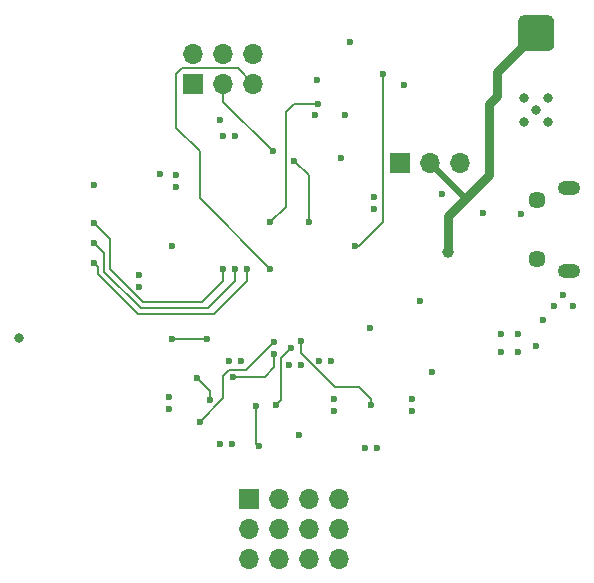
<source format=gbr>
%TF.GenerationSoftware,KiCad,Pcbnew,(6.0.9)*%
%TF.CreationDate,2022-11-01T00:51:48+09:00*%
%TF.ProjectId,STM32-FC,53544d33-322d-4464-932e-6b696361645f,rev?*%
%TF.SameCoordinates,Original*%
%TF.FileFunction,Copper,L4,Bot*%
%TF.FilePolarity,Positive*%
%FSLAX46Y46*%
G04 Gerber Fmt 4.6, Leading zero omitted, Abs format (unit mm)*
G04 Created by KiCad (PCBNEW (6.0.9)) date 2022-11-01 00:51:48*
%MOMM*%
%LPD*%
G01*
G04 APERTURE LIST*
%TA.AperFunction,ComponentPad*%
%ADD10R,1.700000X1.700000*%
%TD*%
%TA.AperFunction,ComponentPad*%
%ADD11O,1.700000X1.700000*%
%TD*%
%TA.AperFunction,ComponentPad*%
%ADD12C,1.450000*%
%TD*%
%TA.AperFunction,ComponentPad*%
%ADD13O,1.900000X1.200000*%
%TD*%
%TA.AperFunction,ViaPad*%
%ADD14C,0.600000*%
%TD*%
%TA.AperFunction,ViaPad*%
%ADD15C,0.800000*%
%TD*%
%TA.AperFunction,ViaPad*%
%ADD16C,1.000000*%
%TD*%
%TA.AperFunction,Conductor*%
%ADD17C,0.200000*%
%TD*%
%TA.AperFunction,Conductor*%
%ADD18C,0.800000*%
%TD*%
%TA.AperFunction,Conductor*%
%ADD19C,0.500000*%
%TD*%
G04 APERTURE END LIST*
D10*
%TO.P,J3,1,Pin_1*%
%TO.N,/UART4_TX*%
X143475000Y-85275000D03*
D11*
%TO.P,J3,2,Pin_2*%
%TO.N,/UART4_RX*%
X143475000Y-82735000D03*
%TO.P,J3,3,Pin_3*%
%TO.N,/UART5_TX*%
X146015000Y-85275000D03*
%TO.P,J3,4,Pin_4*%
%TO.N,/UART5_RX*%
X146015000Y-82735000D03*
%TO.P,J3,5,Pin_5*%
%TO.N,/UART6_TX*%
X148555000Y-85275000D03*
%TO.P,J3,6,Pin_6*%
%TO.N,/UART6_RX*%
X148555000Y-82735000D03*
%TD*%
D12*
%TO.P,J1,6,Shield*%
%TO.N,unconnected-(J1-Pad6)*%
X172537500Y-95150000D03*
D13*
X175237500Y-101150000D03*
D12*
X172537500Y-100150000D03*
D13*
X175237500Y-94150000D03*
%TD*%
D10*
%TO.P,J4,1,CH1*%
%TO.N,/TIM5_CH1*%
X148190000Y-120460000D03*
D11*
%TO.P,J4,2,CH2*%
%TO.N,/TIM5_CH2*%
X150730000Y-120460000D03*
%TO.P,J4,3,CH3*%
%TO.N,/TIM5_CH3*%
X153270000Y-120460000D03*
%TO.P,J4,4,CH4*%
%TO.N,/TIM5_CH4*%
X155810000Y-120460000D03*
%TO.P,J4,5,5V*%
%TO.N,/PWM_5V*%
X150730000Y-123000000D03*
X148190000Y-123000000D03*
X153270000Y-123000000D03*
X155810000Y-123000000D03*
%TO.P,J4,6,GND*%
%TO.N,GND*%
X150730000Y-125540000D03*
X155810000Y-125540000D03*
X148190000Y-125540000D03*
X153270000Y-125540000D03*
%TD*%
D10*
%TO.P,J2,1,Pin_1*%
%TO.N,/UART1_RX_INV*%
X160975000Y-92000000D03*
D11*
%TO.P,J2,2,Pin_2*%
%TO.N,+5V*%
X163515000Y-92000000D03*
%TO.P,J2,3,Pin_3*%
%TO.N,GND*%
X166055000Y-92000000D03*
%TD*%
D14*
%TO.N,/SPI1_SCK*%
X149000000Y-116000000D03*
%TO.N,/GYRO_NSS*%
X150300000Y-107150000D03*
%TO.N,/ACC_NSS*%
X150300000Y-108200000D03*
%TO.N,GND*%
X142000000Y-93000000D03*
X163700000Y-109700000D03*
D15*
X173500000Y-88500000D03*
D14*
X173100000Y-105300000D03*
X155400000Y-113000000D03*
X145750000Y-115800000D03*
X147000000Y-89700000D03*
D15*
X171500000Y-86500000D03*
D14*
X175600000Y-104100000D03*
X162000000Y-113000000D03*
X174000000Y-104100000D03*
X162700000Y-103650000D03*
X156000000Y-91600000D03*
X152600000Y-109100000D03*
X145700000Y-88400000D03*
X146500000Y-108750000D03*
D15*
X172500000Y-87500000D03*
D14*
X140650000Y-92950000D03*
X155100000Y-108750000D03*
X141650000Y-99000000D03*
X152400000Y-115000000D03*
X171250000Y-96350000D03*
X161300000Y-85400000D03*
X135100000Y-93900000D03*
X174800000Y-103150000D03*
X168000000Y-96250000D03*
D15*
X171500000Y-88500000D03*
D14*
X158400000Y-106000000D03*
X141400000Y-112800000D03*
X158750000Y-94900000D03*
D15*
X128700000Y-106850000D03*
X173500000Y-86500000D03*
D14*
X158000000Y-116150000D03*
X138900000Y-101500000D03*
X153730000Y-87935000D03*
%TO.N,/NRST*%
X150000000Y-97000000D03*
X154000000Y-87000000D03*
D16*
%TO.N,+5V*%
X165000000Y-99500000D03*
X173500000Y-82000000D03*
X173500000Y-80000000D03*
X171500000Y-82000000D03*
X171500000Y-80000000D03*
D14*
%TO.N,/UART1_RX*%
X157200000Y-99000000D03*
X159500000Y-84500000D03*
%TO.N,+3.3V*%
X142000000Y-94000000D03*
X156700000Y-81750000D03*
X138900000Y-102500000D03*
X155400000Y-112000000D03*
X169500000Y-106500000D03*
X146750000Y-115800000D03*
X156270000Y-87935000D03*
X171000000Y-108000000D03*
X147500000Y-108750000D03*
X171000000Y-106500000D03*
X146000000Y-89700000D03*
X151600000Y-109100000D03*
X164500000Y-94600000D03*
X153910000Y-85000000D03*
X141400000Y-111800000D03*
X158750000Y-95900000D03*
X169500000Y-108000000D03*
X172500000Y-107500000D03*
X154100000Y-108750000D03*
X159000000Y-116150000D03*
X162000000Y-112000000D03*
%TO.N,/LED_RED*%
X135100000Y-100500000D03*
X148000000Y-101000000D03*
%TO.N,/LED_GREEN*%
X135100000Y-98800000D03*
X147000000Y-101000000D03*
%TO.N,/LED_BLUE*%
X146000000Y-101000000D03*
X135100000Y-97100000D03*
%TO.N,/TIM5_CH4*%
X141700000Y-106900000D03*
X144600000Y-106900000D03*
%TO.N,/SPI1_SCK*%
X143800000Y-110200000D03*
X148800000Y-112600000D03*
X144900000Y-112100000D03*
%TO.N,/ACC_NSS*%
X146800000Y-110100000D03*
%TO.N,/GYRO_NSS*%
X144000000Y-113900000D03*
%TO.N,/MAG_NSS*%
X150500000Y-112500000D03*
X151725000Y-107700000D03*
%TO.N,/BARO_NSS*%
X152600000Y-107100000D03*
X158500000Y-112500000D03*
%TO.N,/UART6_TX*%
X150000000Y-101000000D03*
%TO.N,/UART6_RX*%
X153250000Y-97000000D03*
X152000000Y-91800000D03*
%TO.N,/UART5_TX*%
X150200000Y-91000000D03*
%TD*%
D17*
%TO.N,/SPI1_SCK*%
X148800000Y-115800000D02*
X148800000Y-112600000D01*
X149000000Y-116000000D02*
X148800000Y-115800000D01*
%TO.N,/ACC_NSS*%
X150300000Y-109300000D02*
X150300000Y-108200000D01*
X149500000Y-110100000D02*
X150300000Y-109300000D01*
X146800000Y-110100000D02*
X149500000Y-110100000D01*
%TO.N,/GYRO_NSS*%
X147950000Y-109500000D02*
X150300000Y-107150000D01*
X146500000Y-109500000D02*
X147950000Y-109500000D01*
X146000000Y-110000000D02*
X146500000Y-109500000D01*
X146000000Y-111900000D02*
X146000000Y-110000000D01*
X144000000Y-113900000D02*
X146000000Y-111900000D01*
%TO.N,/UART1_RX*%
X157200000Y-99000000D02*
X157500000Y-99000000D01*
X157500000Y-99000000D02*
X159500000Y-97000000D01*
X159500000Y-97000000D02*
X159500000Y-84500000D01*
%TO.N,/NRST*%
X152000000Y-87000000D02*
X154000000Y-87000000D01*
X151300000Y-87700000D02*
X151300000Y-95700000D01*
X151300000Y-87700000D02*
X152000000Y-87000000D01*
X150000000Y-97000000D02*
X151300000Y-95700000D01*
D18*
%TO.N,+5V*%
X168500000Y-87000000D02*
X169200000Y-86300000D01*
X169200000Y-86300000D02*
X169200000Y-84300000D01*
X165000000Y-96500000D02*
X168500000Y-93000000D01*
D19*
X163515000Y-92000000D02*
X166500000Y-94985000D01*
D18*
X169200000Y-84300000D02*
X171500000Y-82000000D01*
X168500000Y-93000000D02*
X168500000Y-87000000D01*
X165000000Y-99500000D02*
X165000000Y-96500000D01*
D17*
%TO.N,/LED_RED*%
X135400000Y-100800000D02*
X135100000Y-100500000D01*
X145200000Y-104800000D02*
X138800000Y-104800000D01*
X138800000Y-104800000D02*
X135400000Y-101400000D01*
X148000000Y-102000000D02*
X145200000Y-104800000D01*
X148000000Y-101000000D02*
X148000000Y-102000000D01*
X135400000Y-101400000D02*
X135400000Y-100800000D01*
%TO.N,/LED_GREEN*%
X135900000Y-99600000D02*
X135100000Y-98800000D01*
X144700000Y-104300000D02*
X139000000Y-104300000D01*
X135900000Y-101200000D02*
X135900000Y-99600000D01*
X139000000Y-104300000D02*
X135900000Y-101200000D01*
X147000000Y-101000000D02*
X147000000Y-102000000D01*
X147000000Y-102000000D02*
X144700000Y-104300000D01*
%TO.N,/LED_BLUE*%
X144200000Y-103800000D02*
X139200000Y-103800000D01*
X146000000Y-102000000D02*
X144200000Y-103800000D01*
X139200000Y-103800000D02*
X136400000Y-101000000D01*
X136400000Y-98400000D02*
X135100000Y-97100000D01*
X136400000Y-101000000D02*
X136400000Y-98400000D01*
X146000000Y-101000000D02*
X146000000Y-102000000D01*
%TO.N,/TIM5_CH4*%
X144600000Y-106900000D02*
X141700000Y-106900000D01*
%TO.N,/SPI1_SCK*%
X143800000Y-110200000D02*
X144900000Y-111300000D01*
X144900000Y-111300000D02*
X144900000Y-112100000D01*
%TO.N,/MAG_NSS*%
X150900000Y-108525000D02*
X151725000Y-107700000D01*
X150900000Y-112100000D02*
X150900000Y-108525000D01*
X150500000Y-112500000D02*
X150900000Y-112100000D01*
%TO.N,/BARO_NSS*%
X152600000Y-107100000D02*
X152600000Y-108100000D01*
X157500000Y-111000000D02*
X158500000Y-112000000D01*
X158500000Y-112000000D02*
X158500000Y-112500000D01*
X155500000Y-111000000D02*
X157500000Y-111000000D01*
X152600000Y-108100000D02*
X155500000Y-111000000D01*
%TO.N,/UART6_TX*%
X144000000Y-91000000D02*
X144000000Y-95000000D01*
X148555000Y-85275000D02*
X147280000Y-84000000D01*
X142000000Y-89000000D02*
X144000000Y-91000000D01*
X147280000Y-84000000D02*
X142500000Y-84000000D01*
X142000000Y-84500000D02*
X142000000Y-89000000D01*
X144000000Y-95000000D02*
X150000000Y-101000000D01*
X142500000Y-84000000D02*
X142000000Y-84500000D01*
%TO.N,/UART6_RX*%
X153250000Y-97000000D02*
X153250000Y-93050000D01*
X153250000Y-93050000D02*
X152000000Y-91800000D01*
%TO.N,/UART5_TX*%
X146015000Y-86815000D02*
X146015000Y-85275000D01*
X150200000Y-91000000D02*
X146015000Y-86815000D01*
%TD*%
%TA.AperFunction,Conductor*%
%TO.N,+5V*%
G36*
X173508188Y-79501078D02*
G01*
X173612963Y-79514872D01*
X173644735Y-79523385D01*
X173734674Y-79560639D01*
X173763160Y-79577086D01*
X173840393Y-79636349D01*
X173863651Y-79659607D01*
X173922914Y-79736840D01*
X173939361Y-79765326D01*
X173976615Y-79855265D01*
X173985128Y-79887037D01*
X173998922Y-79991812D01*
X174000000Y-80008258D01*
X174000000Y-81991742D01*
X173998922Y-82008188D01*
X173985128Y-82112963D01*
X173976615Y-82144735D01*
X173939361Y-82234674D01*
X173922914Y-82263160D01*
X173863651Y-82340393D01*
X173840393Y-82363651D01*
X173763160Y-82422914D01*
X173734674Y-82439361D01*
X173644735Y-82476615D01*
X173612963Y-82485128D01*
X173508188Y-82498922D01*
X173491742Y-82500000D01*
X171508258Y-82500000D01*
X171491812Y-82498922D01*
X171387037Y-82485128D01*
X171355265Y-82476615D01*
X171265326Y-82439361D01*
X171236840Y-82422914D01*
X171159607Y-82363651D01*
X171136349Y-82340393D01*
X171077086Y-82263160D01*
X171060639Y-82234674D01*
X171023385Y-82144735D01*
X171014872Y-82112963D01*
X171001078Y-82008188D01*
X171000000Y-81991742D01*
X171000000Y-80008258D01*
X171001078Y-79991812D01*
X171014872Y-79887037D01*
X171023385Y-79855265D01*
X171060639Y-79765326D01*
X171077086Y-79736840D01*
X171136349Y-79659607D01*
X171159607Y-79636349D01*
X171236840Y-79577086D01*
X171265326Y-79560639D01*
X171355265Y-79523385D01*
X171387037Y-79514872D01*
X171491812Y-79501078D01*
X171508258Y-79500000D01*
X173491742Y-79500000D01*
X173508188Y-79501078D01*
G37*
%TD.AperFunction*%
%TD*%
M02*

</source>
